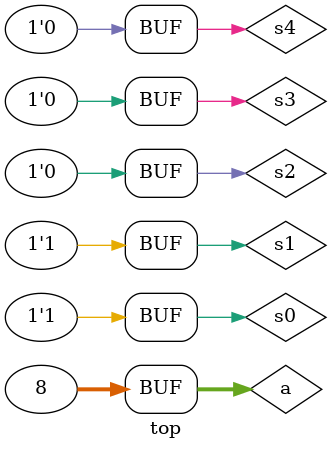
<source format=v>
`include "barrelshift32.v"

module top();

reg [31:0]a;
reg s0,s1,s2,s3,s4;
wire [31:0]out;

barrelshift32 abc(a,s0,s1,s2,s3,s4,out);

initial
begin

a=32'd8;
s4=1'b0;
s3=1'b0;
s2=1'b0;
s1=1'b1;
s0=1'b1;

//initial
$monitor ($time,"a=%b,s4=%b,s3=%b,s2=%b,s1=%b,s0=%b,out=%d",a,s4,s3,s2,s1,s0,out);
end
endmodule



</source>
